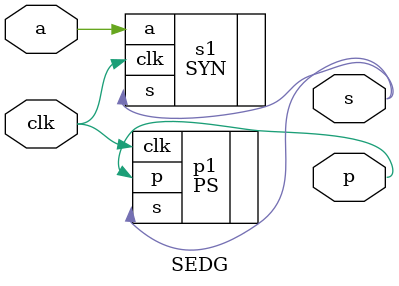
<source format=v>
`timescale 1ns / 1ps


module SEDG(
    input clk,
    input a,
    output s,
    output p
    );
    SYN s1(.clk(clk), .a(a), .s(s));
    PS p1(.clk(clk), .s(s), .p(p));
endmodule

</source>
